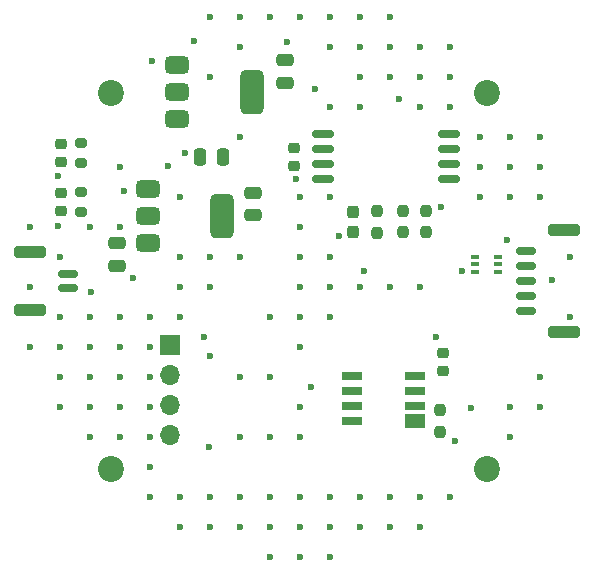
<source format=gts>
G04 #@! TF.GenerationSoftware,KiCad,Pcbnew,8.0.1*
G04 #@! TF.CreationDate,2024-06-09T19:47:04+05:00*
G04 #@! TF.ProjectId,rocket_project,726f636b-6574-45f7-9072-6f6a6563742e,rev?*
G04 #@! TF.SameCoordinates,Original*
G04 #@! TF.FileFunction,Soldermask,Top*
G04 #@! TF.FilePolarity,Negative*
%FSLAX46Y46*%
G04 Gerber Fmt 4.6, Leading zero omitted, Abs format (unit mm)*
G04 Created by KiCad (PCBNEW 8.0.1) date 2024-06-09 19:47:04*
%MOMM*%
%LPD*%
G01*
G04 APERTURE LIST*
G04 Aperture macros list*
%AMRoundRect*
0 Rectangle with rounded corners*
0 $1 Rounding radius*
0 $2 $3 $4 $5 $6 $7 $8 $9 X,Y pos of 4 corners*
0 Add a 4 corners polygon primitive as box body*
4,1,4,$2,$3,$4,$5,$6,$7,$8,$9,$2,$3,0*
0 Add four circle primitives for the rounded corners*
1,1,$1+$1,$2,$3*
1,1,$1+$1,$4,$5*
1,1,$1+$1,$6,$7*
1,1,$1+$1,$8,$9*
0 Add four rect primitives between the rounded corners*
20,1,$1+$1,$2,$3,$4,$5,0*
20,1,$1+$1,$4,$5,$6,$7,0*
20,1,$1+$1,$6,$7,$8,$9,0*
20,1,$1+$1,$8,$9,$2,$3,0*%
G04 Aperture macros list end*
%ADD10RoundRect,0.150000X0.700000X-0.150000X0.700000X0.150000X-0.700000X0.150000X-0.700000X-0.150000X0*%
%ADD11RoundRect,0.250000X1.100000X-0.250000X1.100000X0.250000X-1.100000X0.250000X-1.100000X-0.250000X0*%
%ADD12RoundRect,0.250000X-0.475000X0.250000X-0.475000X-0.250000X0.475000X-0.250000X0.475000X0.250000X0*%
%ADD13RoundRect,0.237500X-0.237500X0.250000X-0.237500X-0.250000X0.237500X-0.250000X0.237500X0.250000X0*%
%ADD14RoundRect,0.200000X-0.275000X0.200000X-0.275000X-0.200000X0.275000X-0.200000X0.275000X0.200000X0*%
%ADD15R,1.700000X1.700000*%
%ADD16O,1.700000X1.700000*%
%ADD17RoundRect,0.225000X-0.250000X0.225000X-0.250000X-0.225000X0.250000X-0.225000X0.250000X0.225000X0*%
%ADD18RoundRect,0.250000X0.475000X-0.250000X0.475000X0.250000X-0.475000X0.250000X-0.475000X-0.250000X0*%
%ADD19C,2.200000*%
%ADD20RoundRect,0.150000X-0.700000X0.150000X-0.700000X-0.150000X0.700000X-0.150000X0.700000X0.150000X0*%
%ADD21RoundRect,0.250000X-1.100000X0.250000X-1.100000X-0.250000X1.100000X-0.250000X1.100000X0.250000X0*%
%ADD22RoundRect,0.375000X-0.625000X-0.375000X0.625000X-0.375000X0.625000X0.375000X-0.625000X0.375000X0*%
%ADD23RoundRect,0.500000X-0.500000X-1.400000X0.500000X-1.400000X0.500000X1.400000X-0.500000X1.400000X0*%
%ADD24RoundRect,0.237500X0.237500X-0.250000X0.237500X0.250000X-0.237500X0.250000X-0.237500X-0.250000X0*%
%ADD25RoundRect,0.225000X0.250000X-0.225000X0.250000X0.225000X-0.250000X0.225000X-0.250000X-0.225000X0*%
%ADD26R,1.800000X1.200000*%
%ADD27R,1.800000X0.800000*%
%ADD28RoundRect,0.250000X-0.250000X-0.475000X0.250000X-0.475000X0.250000X0.475000X-0.250000X0.475000X0*%
%ADD29RoundRect,0.218750X0.256250X-0.218750X0.256250X0.218750X-0.256250X0.218750X-0.256250X-0.218750X0*%
%ADD30RoundRect,0.100000X-0.225000X-0.100000X0.225000X-0.100000X0.225000X0.100000X-0.225000X0.100000X0*%
%ADD31RoundRect,0.150000X-0.750000X-0.150000X0.750000X-0.150000X0.750000X0.150000X-0.750000X0.150000X0*%
%ADD32RoundRect,0.237500X-0.237500X0.300000X-0.237500X-0.300000X0.237500X-0.300000X0.237500X0.300000X0*%
%ADD33C,0.600000*%
G04 APERTURE END LIST*
D10*
X176650000Y-97749999D03*
X176650000Y-96500000D03*
X176649999Y-95250000D03*
X176650000Y-94000000D03*
X176650000Y-92750001D03*
D11*
X179850000Y-99600000D03*
X179850000Y-90900000D03*
D12*
X156250000Y-76550001D03*
X156250000Y-78449999D03*
X153500000Y-87800001D03*
X153500000Y-89699999D03*
D13*
X169394998Y-106182500D03*
X169394998Y-108007500D03*
D14*
X139000000Y-87750000D03*
X139000000Y-89400000D03*
D15*
X146525000Y-100700000D03*
D16*
X146525000Y-103240000D03*
X146525000Y-105780000D03*
X146525000Y-108320000D03*
D17*
X169600000Y-101320000D03*
X169600000Y-102870000D03*
D18*
X142000000Y-93949999D03*
X142000000Y-92050001D03*
D14*
X139000000Y-83575000D03*
X139000000Y-85225000D03*
D19*
X173343488Y-111163150D03*
D20*
X137850000Y-94625000D03*
X137850000Y-95875000D03*
D21*
X134650000Y-92775000D03*
X134650000Y-97725000D03*
D19*
X141523683Y-79343345D03*
D22*
X144600000Y-87450000D03*
X144600001Y-89750000D03*
D23*
X150899999Y-89750000D03*
D22*
X144600000Y-92050000D03*
D24*
X166200000Y-91112500D03*
X166200000Y-89287500D03*
D25*
X156999999Y-85524998D03*
X156999999Y-83974998D03*
D13*
X168200000Y-89287500D03*
X168200000Y-91112500D03*
D24*
X163999999Y-91162499D03*
X163999999Y-89337499D03*
D26*
X167199999Y-107140000D03*
D27*
X167200000Y-105870000D03*
X167200000Y-104600000D03*
X167199999Y-103330000D03*
X161920001Y-103330000D03*
X161920000Y-104600000D03*
X161920000Y-105870000D03*
X161920001Y-107140000D03*
D28*
X149050001Y-84750000D03*
X150949999Y-84750000D03*
D29*
X137250000Y-85187501D03*
X137250000Y-83612499D03*
D30*
X172350000Y-93200000D03*
X172350000Y-93850000D03*
X172350000Y-94500000D03*
X174250000Y-94500000D03*
X174250000Y-93850000D03*
X174250000Y-93200000D03*
D22*
X147100000Y-76950000D03*
X147100000Y-79250000D03*
D23*
X153400000Y-79250000D03*
D22*
X147100000Y-81550000D03*
D19*
X173343488Y-79343345D03*
D29*
X137249999Y-89362501D03*
X137249999Y-87787499D03*
D31*
X159425000Y-82845000D03*
X159425000Y-84115000D03*
X159425000Y-85385000D03*
X159425000Y-86655000D03*
X170075000Y-86655000D03*
X170075000Y-85385000D03*
X170075000Y-84115000D03*
X170075000Y-82845000D03*
D32*
X161999999Y-89387498D03*
X161999999Y-91112500D03*
D19*
X141523683Y-111163150D03*
D33*
X139700000Y-90660000D03*
X139700000Y-103360000D03*
X152400000Y-103360000D03*
X156400000Y-75000000D03*
X165100000Y-113520000D03*
X144780000Y-108440000D03*
X154940000Y-113520000D03*
X180340000Y-98280000D03*
X175260000Y-105900000D03*
X160020000Y-93200000D03*
X177800000Y-83040000D03*
X167640000Y-95740000D03*
X152400000Y-93200000D03*
X147800000Y-84400000D03*
X165900000Y-79800000D03*
X160020000Y-95740000D03*
X172720000Y-85580000D03*
X142240000Y-100820000D03*
X160020000Y-75420000D03*
X137000000Y-90600000D03*
X143400000Y-95000000D03*
X152400000Y-83040000D03*
X167640000Y-77960000D03*
X139700000Y-98280000D03*
X154940000Y-72880000D03*
X160800000Y-91400000D03*
X144780000Y-100820000D03*
X165100000Y-72880000D03*
X157200000Y-86600000D03*
X162560000Y-113520000D03*
X137000000Y-86400000D03*
X157480000Y-105900000D03*
X162560000Y-75420000D03*
X137160000Y-103360000D03*
X152400000Y-116060000D03*
X145000000Y-76600000D03*
X142600000Y-87600000D03*
X160020000Y-88120000D03*
X149860000Y-72880000D03*
X165100000Y-116060000D03*
X165100000Y-75420000D03*
X142240000Y-85580000D03*
X177800000Y-103360000D03*
X154940000Y-108440000D03*
X149860000Y-113520000D03*
X154940000Y-98280000D03*
X177800000Y-85580000D03*
X149860000Y-101600000D03*
X147320000Y-98280000D03*
X162560000Y-77960000D03*
X160020000Y-98280000D03*
X169000000Y-100000000D03*
X142240000Y-90660000D03*
X162560000Y-80500000D03*
X170180000Y-77960000D03*
X154940000Y-116060000D03*
X175260000Y-85580000D03*
X167640000Y-75420000D03*
X157480000Y-95740000D03*
X134620000Y-90660000D03*
X172720000Y-88120000D03*
X162900000Y-94400000D03*
X177800000Y-105900000D03*
X139700000Y-105900000D03*
X157480000Y-108440000D03*
X167640000Y-80500000D03*
X152400000Y-113520000D03*
X149860000Y-95740000D03*
X149860000Y-116060000D03*
X167640000Y-113520000D03*
X160020000Y-116060000D03*
X175260000Y-83040000D03*
X165100000Y-77960000D03*
X134620000Y-100820000D03*
X144780000Y-103360000D03*
X147320000Y-116060000D03*
X147320000Y-93200000D03*
X147320000Y-113520000D03*
X175260000Y-108440000D03*
X149860000Y-93200000D03*
X172720000Y-83040000D03*
X142240000Y-98280000D03*
X147320000Y-88120000D03*
X149800000Y-109300000D03*
X157480000Y-118600000D03*
X157480000Y-90660000D03*
X139700000Y-108440000D03*
X137160000Y-105900000D03*
X137160000Y-100820000D03*
X171200000Y-94400000D03*
X137160000Y-98280000D03*
X165100000Y-95740000D03*
X170180000Y-75420000D03*
X148500000Y-74900000D03*
X144780000Y-98280000D03*
X170600000Y-108800000D03*
X142240000Y-103360000D03*
X144780000Y-110980000D03*
X177800000Y-88120000D03*
X147320000Y-95740000D03*
X157480000Y-93200000D03*
X162560000Y-72880000D03*
X167640000Y-116060000D03*
X137160000Y-93200000D03*
X170180000Y-80500000D03*
X180340000Y-93200000D03*
X139800000Y-96200000D03*
X157480000Y-100820000D03*
X157480000Y-88120000D03*
X154940000Y-103360000D03*
X162560000Y-95740000D03*
X160020000Y-72880000D03*
X160020000Y-113520000D03*
X169400000Y-89000000D03*
X175260000Y-88120000D03*
X162560000Y-116060000D03*
X144780000Y-113520000D03*
X149860000Y-77960000D03*
X154940000Y-118600000D03*
X152400000Y-108440000D03*
X160020000Y-118600000D03*
X175000000Y-91800000D03*
X160020000Y-80500000D03*
X144780000Y-105900000D03*
X157480000Y-72880000D03*
X134620000Y-95740000D03*
X157480000Y-113520000D03*
X142240000Y-108440000D03*
X142240000Y-105900000D03*
X152400000Y-72880000D03*
X157480000Y-98280000D03*
X152400000Y-75420000D03*
X139700000Y-100820000D03*
X146300000Y-85500000D03*
X170180000Y-113520000D03*
X157480000Y-116060000D03*
X149400000Y-100000000D03*
X158800000Y-79000000D03*
X158400000Y-104200000D03*
X178800000Y-95200000D03*
X172000000Y-106000000D03*
M02*

</source>
